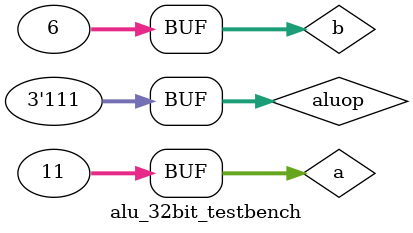
<source format=v>
`define DELAY 20
module alu_32bit_testbench();
reg [31:0]a;
reg [31:0]b;
reg [2:0]aluop;

wire [31:0]r;
wire c,v;

alu_32bit hatb (a,b,aluop,r,c,v);

initial begin
a = 32'b00000000000000000000000000001011; b = 32'b00000000000000000000000000000110; aluop = 3'b000;   
#`DELAY;
a = 32'b00000000000000000000000000001011; b = 32'b00000000000000000000000000000110; aluop = 3'b001; 
#`DELAY;
a = 32'b00000000000000000000000000001011; b = 32'b00000000000000000000000000000110; aluop = 3'b010;
#`DELAY;
a = 32'b00000000000000000000000000001011; b = 32'b00000000000000000000000000000110; aluop = 3'b110;
#`DELAY;
a = 32'b00000000000000000000000000001011; b = 32'b00000000000000000000000000000110; aluop = 3'b111;
end
 
 
initial
begin
$monitor("time = %2d, a =%32b, b=%32b, ri=%32b , ALUop=%3b", $time, a, b,r,aluop);
end
 
endmodule

</source>
